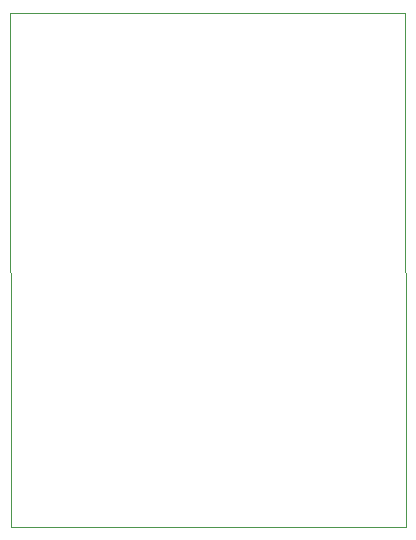
<source format=gbr>
%TF.GenerationSoftware,KiCad,Pcbnew,5.1.7+dfsg1-1~bpo10+1*%
%TF.CreationDate,2020-10-25T19:55:51+08:00*%
%TF.ProjectId,stm32-io-extend,73746d33-322d-4696-9f2d-657874656e64,rev?*%
%TF.SameCoordinates,Original*%
%TF.FileFunction,Profile,NP*%
%FSLAX46Y46*%
G04 Gerber Fmt 4.6, Leading zero omitted, Abs format (unit mm)*
G04 Created by KiCad (PCBNEW 5.1.7+dfsg1-1~bpo10+1) date 2020-10-25 19:55:51*
%MOMM*%
%LPD*%
G01*
G04 APERTURE LIST*
%TA.AperFunction,Profile*%
%ADD10C,0.050000*%
%TD*%
G04 APERTURE END LIST*
D10*
X131500000Y-65100000D02*
X131600000Y-108600000D01*
X165000000Y-108600000D02*
X131600000Y-108600000D01*
X164900000Y-65100000D02*
X165000000Y-108600000D01*
X131500000Y-65100000D02*
X164900000Y-65100000D01*
M02*

</source>
